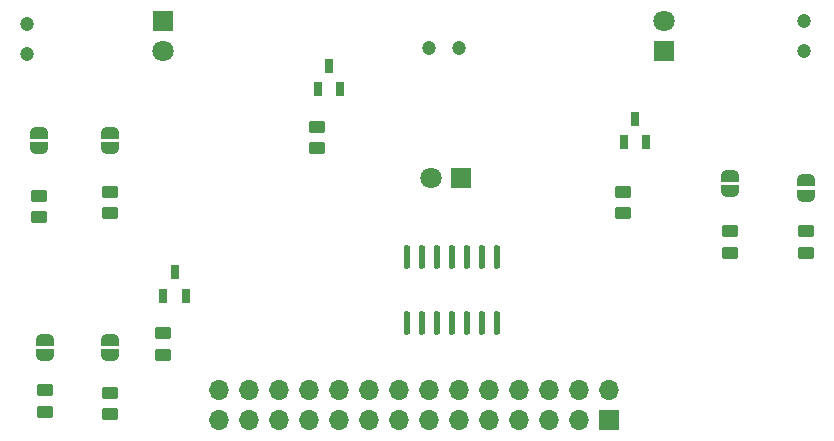
<source format=gbr>
%TF.GenerationSoftware,KiCad,Pcbnew,8.0.0*%
%TF.CreationDate,2024-03-24T21:45:21+02:00*%
%TF.ProjectId,pcb,7063622e-6b69-4636-9164-5f7063625858,rev?*%
%TF.SameCoordinates,Original*%
%TF.FileFunction,Soldermask,Top*%
%TF.FilePolarity,Negative*%
%FSLAX46Y46*%
G04 Gerber Fmt 4.6, Leading zero omitted, Abs format (unit mm)*
G04 Created by KiCad (PCBNEW 8.0.0) date 2024-03-24 21:45:21*
%MOMM*%
%LPD*%
G01*
G04 APERTURE LIST*
G04 Aperture macros list*
%AMRoundRect*
0 Rectangle with rounded corners*
0 $1 Rounding radius*
0 $2 $3 $4 $5 $6 $7 $8 $9 X,Y pos of 4 corners*
0 Add a 4 corners polygon primitive as box body*
4,1,4,$2,$3,$4,$5,$6,$7,$8,$9,$2,$3,0*
0 Add four circle primitives for the rounded corners*
1,1,$1+$1,$2,$3*
1,1,$1+$1,$4,$5*
1,1,$1+$1,$6,$7*
1,1,$1+$1,$8,$9*
0 Add four rect primitives between the rounded corners*
20,1,$1+$1,$2,$3,$4,$5,0*
20,1,$1+$1,$4,$5,$6,$7,0*
20,1,$1+$1,$6,$7,$8,$9,0*
20,1,$1+$1,$8,$9,$2,$3,0*%
%AMFreePoly0*
4,1,19,0.500000,-0.750000,0.000000,-0.750000,0.000000,-0.744911,-0.071157,-0.744911,-0.207708,-0.704816,-0.327430,-0.627875,-0.420627,-0.520320,-0.479746,-0.390866,-0.500000,-0.250000,-0.500000,0.250000,-0.479746,0.390866,-0.420627,0.520320,-0.327430,0.627875,-0.207708,0.704816,-0.071157,0.744911,0.000000,0.744911,0.000000,0.750000,0.500000,0.750000,0.500000,-0.750000,0.500000,-0.750000,
$1*%
%AMFreePoly1*
4,1,19,0.000000,0.744911,0.071157,0.744911,0.207708,0.704816,0.327430,0.627875,0.420627,0.520320,0.479746,0.390866,0.500000,0.250000,0.500000,-0.250000,0.479746,-0.390866,0.420627,-0.520320,0.327430,-0.627875,0.207708,-0.704816,0.071157,-0.744911,0.000000,-0.744911,0.000000,-0.750000,-0.500000,-0.750000,-0.500000,0.750000,0.000000,0.750000,0.000000,0.744911,0.000000,0.744911,
$1*%
G04 Aperture macros list end*
%ADD10FreePoly0,90.000000*%
%ADD11FreePoly1,90.000000*%
%ADD12FreePoly0,270.000000*%
%ADD13FreePoly1,270.000000*%
%ADD14R,0.700000X1.250000*%
%ADD15RoundRect,0.250000X-0.450000X0.262500X-0.450000X-0.262500X0.450000X-0.262500X0.450000X0.262500X0*%
%ADD16R,1.800000X1.800000*%
%ADD17C,1.800000*%
%ADD18RoundRect,0.250000X0.450000X-0.262500X0.450000X0.262500X-0.450000X0.262500X-0.450000X-0.262500X0*%
%ADD19C,1.200000*%
%ADD20O,0.570000X2.040000*%
%ADD21R,1.700000X1.700000*%
%ADD22O,1.700000X1.700000*%
G04 APERTURE END LIST*
D10*
%TO.C,JP6*%
X124500000Y-76500000D03*
D11*
X124500000Y-75200000D03*
%TD*%
D12*
%TO.C,JP5*%
X118500000Y-75200000D03*
D13*
X118500000Y-76500000D03*
%TD*%
D12*
%TO.C,JP4*%
X177000000Y-78850000D03*
D13*
X177000000Y-80150000D03*
%TD*%
D10*
%TO.C,JP3*%
X183500000Y-80500000D03*
D11*
X183500000Y-79200000D03*
%TD*%
D10*
%TO.C,JP2*%
X119000000Y-94000000D03*
D11*
X119000000Y-92700000D03*
%TD*%
D12*
%TO.C,JP1*%
X124500000Y-92700000D03*
D13*
X124500000Y-94000000D03*
%TD*%
D14*
%TO.C,Q4*%
X129050000Y-89000000D03*
X130950000Y-89000000D03*
X130000000Y-87000000D03*
%TD*%
D15*
%TO.C,R1*%
X183500000Y-83500000D03*
X183500000Y-85325000D03*
%TD*%
%TO.C,R7*%
X124500000Y-97175000D03*
X124500000Y-99000000D03*
%TD*%
D16*
%TO.C,U1*%
X129025000Y-65725000D03*
D17*
X129025000Y-68265000D03*
%TD*%
D14*
%TO.C,Q1*%
X142100000Y-71500000D03*
X144000000Y-71500000D03*
X143050000Y-69500000D03*
%TD*%
D15*
%TO.C,R9*%
X177000000Y-83500000D03*
X177000000Y-85325000D03*
%TD*%
D18*
%TO.C,R6*%
X168000000Y-82000000D03*
X168000000Y-80175000D03*
%TD*%
D19*
%TO.C,U5*%
X154040000Y-68000000D03*
X151500000Y-68000000D03*
%TD*%
D15*
%TO.C,R2*%
X119000000Y-97000000D03*
X119000000Y-98825000D03*
%TD*%
D18*
%TO.C,R4*%
X129000000Y-94000000D03*
X129000000Y-92175000D03*
%TD*%
%TO.C,R5*%
X142050000Y-76500000D03*
X142050000Y-74675000D03*
%TD*%
D14*
%TO.C,Q2*%
X168050000Y-76000000D03*
X169950000Y-76000000D03*
X169000000Y-74000000D03*
%TD*%
D19*
%TO.C,U6*%
X183300000Y-68270000D03*
X183300000Y-65730000D03*
%TD*%
D16*
%TO.C,U2*%
X154275000Y-79025000D03*
D17*
X151735000Y-79025000D03*
%TD*%
D15*
%TO.C,R3*%
X124500000Y-80175000D03*
X124500000Y-82000000D03*
%TD*%
%TO.C,R8*%
X118500000Y-80500000D03*
X118500000Y-82325000D03*
%TD*%
D16*
%TO.C,U3*%
X171475000Y-68275000D03*
D17*
X171475000Y-65735000D03*
%TD*%
D20*
%TO.C,U7*%
X149690000Y-91270000D03*
X150960000Y-91270000D03*
X152230000Y-91270000D03*
X153500000Y-91270000D03*
X154770000Y-91270000D03*
X156040000Y-91270000D03*
X157310000Y-91270000D03*
X157310000Y-85730000D03*
X156040000Y-85730000D03*
X154770000Y-85730000D03*
X153500000Y-85730000D03*
X152230000Y-85730000D03*
X150960000Y-85730000D03*
X149690000Y-85730000D03*
%TD*%
D19*
%TO.C,U4*%
X117500000Y-65960000D03*
X117500000Y-68500000D03*
%TD*%
D21*
%TO.C,J3*%
X166820000Y-99540000D03*
D22*
X166820000Y-97000000D03*
X164280000Y-99540000D03*
X164280000Y-97000000D03*
X161740000Y-99540000D03*
X161740000Y-97000000D03*
X159200000Y-99540000D03*
X159200000Y-97000000D03*
X156660000Y-99540000D03*
X156660000Y-97000000D03*
X154120000Y-99540000D03*
X154120000Y-97000000D03*
X151580000Y-99540000D03*
X151580000Y-97000000D03*
X149040000Y-99540000D03*
X149040000Y-97000000D03*
X146500000Y-99540000D03*
X146500000Y-97000000D03*
X143960000Y-99540000D03*
X143960000Y-97000000D03*
X141420000Y-99540000D03*
X141420000Y-97000000D03*
X138880000Y-99540000D03*
X138880000Y-97000000D03*
X136340000Y-99540000D03*
X136340000Y-97000000D03*
X133800000Y-99540000D03*
X133800000Y-97000000D03*
%TD*%
M02*

</source>
